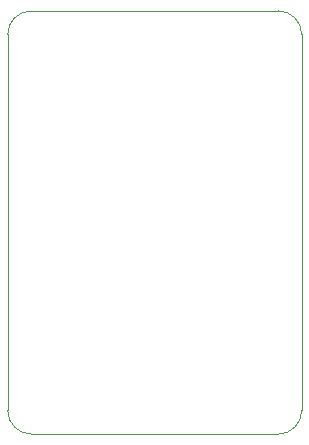
<source format=gbr>
%TF.GenerationSoftware,KiCad,Pcbnew,8.0.7*%
%TF.CreationDate,2024-12-28T12:59:27+01:00*%
%TF.ProjectId,scd30_esp,73636433-305f-4657-9370-2e6b69636164,rev?*%
%TF.SameCoordinates,Original*%
%TF.FileFunction,Profile,NP*%
%FSLAX46Y46*%
G04 Gerber Fmt 4.6, Leading zero omitted, Abs format (unit mm)*
G04 Created by KiCad (PCBNEW 8.0.7) date 2024-12-28 12:59:27*
%MOMM*%
%LPD*%
G01*
G04 APERTURE LIST*
%TA.AperFunction,Profile*%
%ADD10C,0.050000*%
%TD*%
G04 APERTURE END LIST*
D10*
X57000000Y-38164214D02*
G75*
G02*
X59000000Y-36164214I2000000J0D01*
G01*
X59000000Y-72000000D02*
G75*
G02*
X57000000Y-70000000I0J2000000D01*
G01*
X81900000Y-70000000D02*
G75*
G02*
X79900000Y-72000000I-2000000J0D01*
G01*
X57000000Y-70000000D02*
X57000000Y-38164214D01*
X59000000Y-36164214D02*
X79900000Y-36164214D01*
X81900000Y-38164214D02*
X81900000Y-70000000D01*
X79900000Y-72000000D02*
X59000000Y-72000000D01*
X79900000Y-36164214D02*
G75*
G02*
X81900000Y-38164214I0J-2000000D01*
G01*
M02*

</source>
